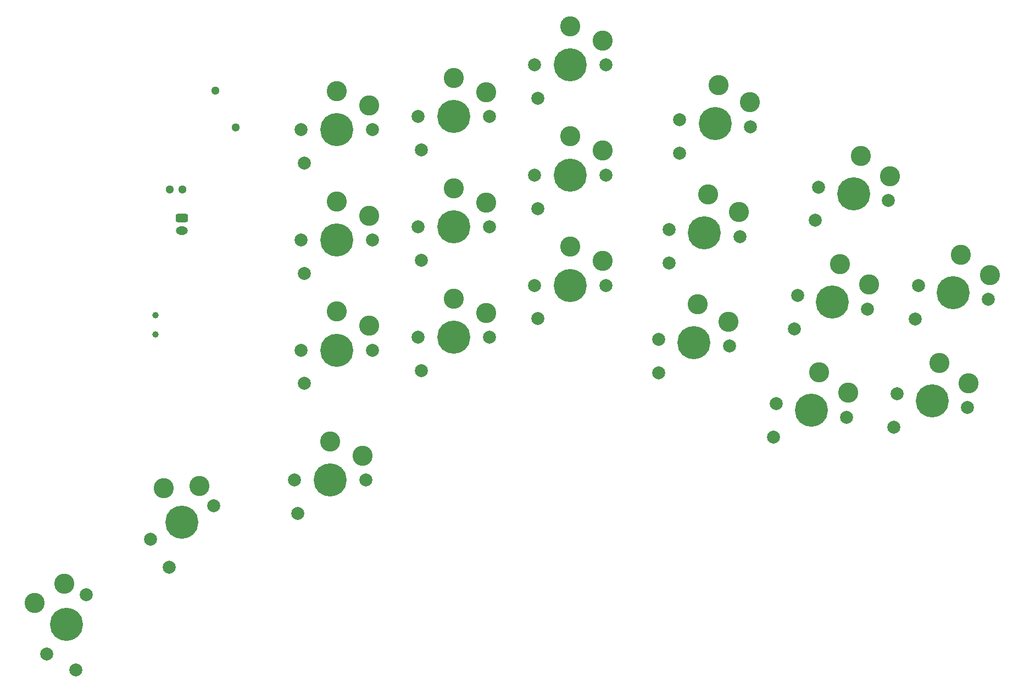
<source format=gbr>
%TF.GenerationSoftware,KiCad,Pcbnew,9.0.6*%
%TF.CreationDate,2025-12-30T20:42:03+01:00*%
%TF.ProjectId,right,72696768-742e-46b6-9963-61645f706362,v1.0.0*%
%TF.SameCoordinates,Original*%
%TF.FileFunction,Soldermask,Top*%
%TF.FilePolarity,Negative*%
%FSLAX46Y46*%
G04 Gerber Fmt 4.6, Leading zero omitted, Abs format (unit mm)*
G04 Created by KiCad (PCBNEW 9.0.6) date 2025-12-30 20:42:03*
%MOMM*%
%LPD*%
G01*
G04 APERTURE LIST*
G04 Aperture macros list*
%AMRoundRect*
0 Rectangle with rounded corners*
0 $1 Rounding radius*
0 $2 $3 $4 $5 $6 $7 $8 $9 X,Y pos of 4 corners*
0 Add a 4 corners polygon primitive as box body*
4,1,4,$2,$3,$4,$5,$6,$7,$8,$9,$2,$3,0*
0 Add four circle primitives for the rounded corners*
1,1,$1+$1,$2,$3*
1,1,$1+$1,$4,$5*
1,1,$1+$1,$6,$7*
1,1,$1+$1,$8,$9*
0 Add four rect primitives between the rounded corners*
20,1,$1+$1,$2,$3,$4,$5,0*
20,1,$1+$1,$4,$5,$6,$7,0*
20,1,$1+$1,$6,$7,$8,$9,0*
20,1,$1+$1,$8,$9,$2,$3,0*%
G04 Aperture macros list end*
%ADD10C,1.300000*%
%ADD11C,2.000000*%
%ADD12C,3.100000*%
%ADD13C,5.100000*%
%ADD14RoundRect,0.260000X0.665000X-0.390000X0.665000X0.390000X-0.665000X0.390000X-0.665000X-0.390000X0*%
%ADD15O,1.850000X1.300000*%
%ADD16C,1.000000*%
G04 APERTURE END LIST*
D10*
%TO.C,U?*%
X152285003Y-104157503D03*
X154190006Y-104157507D03*
X159270005Y-88917506D03*
X162445004Y-94632506D03*
%TD*%
D11*
%TO.C,S39*%
X264374664Y-135702127D03*
X263882812Y-140852913D03*
D12*
X270908927Y-130910899D03*
D13*
X269773614Y-136751579D03*
D12*
X275397285Y-134024522D03*
D11*
X275172564Y-137801031D03*
%TD*%
%TO.C,S35*%
X172500008Y-94950005D03*
X173000008Y-100100006D03*
D12*
X178000007Y-89000005D03*
D13*
X178000008Y-94950005D03*
D12*
X183000004Y-91200005D03*
D11*
X183500008Y-94950005D03*
%TD*%
%TO.C,S23*%
X252238834Y-103800377D03*
X251746982Y-108951163D03*
D12*
X258773097Y-99009149D03*
D13*
X257637784Y-104849829D03*
D12*
X263261455Y-102122772D03*
D11*
X263036734Y-105899281D03*
%TD*%
%TO.C,S26*%
X230822007Y-93444903D03*
X230826101Y-98619116D03*
D12*
X236866969Y-88049449D03*
D13*
X236296687Y-93972055D03*
D12*
X241633090Y-90718549D03*
D11*
X241771367Y-94499207D03*
%TD*%
%TO.C,S40*%
X267618411Y-119014469D03*
X267126559Y-124165255D03*
D12*
X274152674Y-114223241D03*
D13*
X273017361Y-120063921D03*
D12*
X278641032Y-117336864D03*
D11*
X278416311Y-121113373D03*
%TD*%
%TO.C,S33*%
X172500008Y-128950010D03*
X173000008Y-134100011D03*
D12*
X178000007Y-123000010D03*
D13*
X178000008Y-128950010D03*
D12*
X183000004Y-125200010D03*
D11*
X183500008Y-128950010D03*
%TD*%
%TO.C,S28*%
X208500011Y-101950004D03*
X209000011Y-107100005D03*
D12*
X214000010Y-96000004D03*
D13*
X214000011Y-101950004D03*
D12*
X219000007Y-98200004D03*
D11*
X219500011Y-101950004D03*
%TD*%
%TO.C,S34*%
X172500010Y-111950003D03*
X173000010Y-117100004D03*
D12*
X178000009Y-106000003D03*
D13*
X178000010Y-111950003D03*
D12*
X183000006Y-108200003D03*
D11*
X183500010Y-111950003D03*
%TD*%
%TO.C,S36*%
X171500009Y-148950007D03*
X172000009Y-154100008D03*
D12*
X177000008Y-143000007D03*
D13*
X177000009Y-148950007D03*
D12*
X182000005Y-145200007D03*
D11*
X182500009Y-148950007D03*
%TD*%
%TO.C,S37*%
X149293912Y-158101858D03*
X152153166Y-162414302D03*
D13*
X154150125Y-155519765D03*
D12*
X151356772Y-150266226D03*
X156804344Y-149861352D03*
D11*
X159006338Y-152937672D03*
%TD*%
%TO.C,S32*%
X190500007Y-92950008D03*
X191000007Y-98100009D03*
D12*
X196000006Y-87000008D03*
D13*
X196000007Y-92950008D03*
D12*
X201000003Y-89200008D03*
D11*
X201500007Y-92950008D03*
%TD*%
%TO.C,S31*%
X190500006Y-109950002D03*
X191000006Y-115100003D03*
D12*
X196000005Y-104000002D03*
D13*
X196000006Y-109950002D03*
D12*
X201000002Y-106200002D03*
D11*
X201500006Y-109950002D03*
%TD*%
%TO.C,S24*%
X227563251Y-127288369D03*
X227567345Y-132462582D03*
D12*
X233608213Y-121892915D03*
D13*
X233037931Y-127815521D03*
D12*
X238374334Y-124562015D03*
D11*
X238512611Y-128342673D03*
%TD*%
%TO.C,S22*%
X248995075Y-120488037D03*
X248503223Y-125638823D03*
D12*
X255529338Y-115696809D03*
D13*
X254394025Y-121537489D03*
D12*
X260017696Y-118810432D03*
D11*
X259792975Y-122586941D03*
%TD*%
D14*
%TO.C,JST1*%
X154092721Y-108539021D03*
D15*
X154092725Y-110539019D03*
%TD*%
D11*
%TO.C,S30*%
X190500008Y-126950004D03*
X191000008Y-132100005D03*
D12*
X196000007Y-121000004D03*
D13*
X196000008Y-126950004D03*
D12*
X201000004Y-123200004D03*
D11*
X201500008Y-126950004D03*
%TD*%
%TO.C,S38*%
X133255185Y-175798571D03*
X137804326Y-178263894D03*
D12*
X131397972Y-167911671D03*
D13*
X136330746Y-171238864D03*
D12*
X136017820Y-164996702D03*
D11*
X139406307Y-166679157D03*
%TD*%
%TO.C,S29*%
X208500003Y-84950015D03*
X209000003Y-90100016D03*
D12*
X214000002Y-79000015D03*
D13*
X214000003Y-84950015D03*
D12*
X218999999Y-81200015D03*
D11*
X219500003Y-84950015D03*
%TD*%
%TO.C,S21*%
X245751331Y-137175707D03*
X245259479Y-142326493D03*
D12*
X252285594Y-132384479D03*
D13*
X251150281Y-138225159D03*
D12*
X256773952Y-135498102D03*
D11*
X256549231Y-139274611D03*
%TD*%
%TO.C,S25*%
X229192634Y-110366634D03*
X229196728Y-115540847D03*
D12*
X235237596Y-104971180D03*
D13*
X234667314Y-110893786D03*
D12*
X240003717Y-107640280D03*
D11*
X240141994Y-111420938D03*
%TD*%
D16*
%TO.C,PWR1*%
X150067719Y-126539024D03*
X150067718Y-123539023D03*
%TD*%
D11*
%TO.C,S27*%
X208500001Y-118950000D03*
X209000001Y-124100001D03*
D12*
X214000000Y-113000000D03*
D13*
X214000001Y-118950000D03*
D12*
X218999997Y-115200000D03*
D11*
X219500001Y-118950000D03*
%TD*%
M02*

</source>
